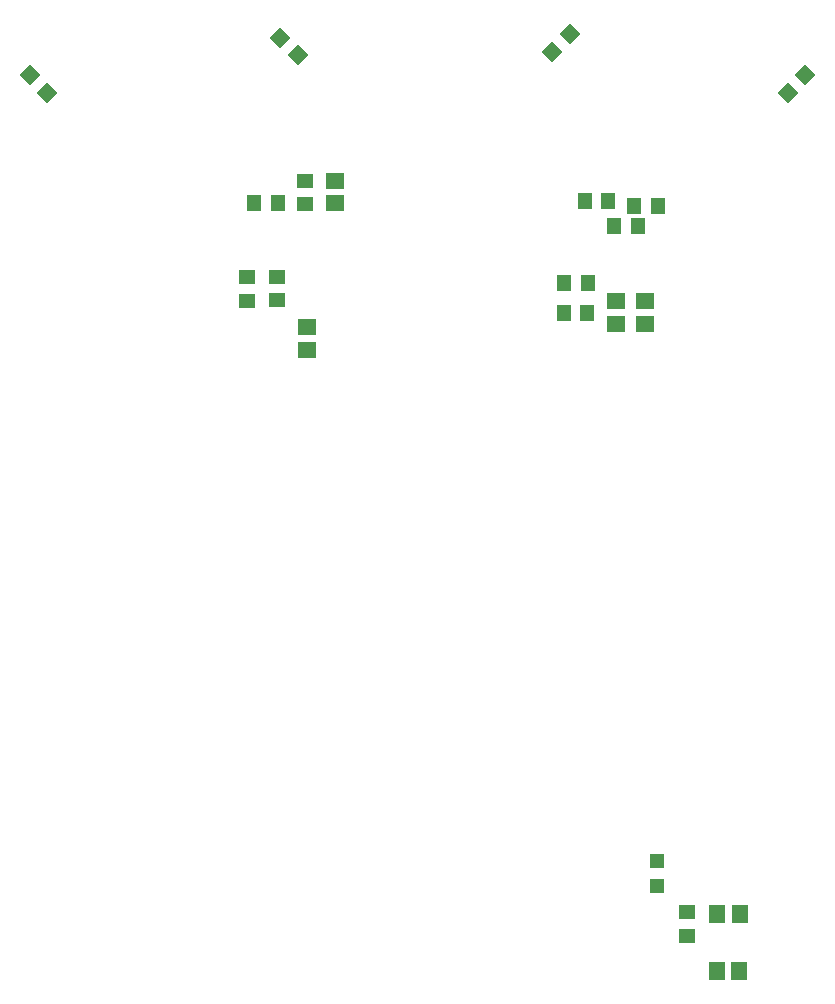
<source format=gbr>
G04*
G04 #@! TF.GenerationSoftware,Altium Limited,Altium Designer,26.2.0 (7)*
G04*
G04 Layer_Color=8421504*
%FSTAX25Y25*%
%MOIN*%
G70*
G04*
G04 #@! TF.SameCoordinates,DDC7E0C6-02D7-4959-A8D0-6A7BEAAAFFDF*
G04*
G04*
G04 #@! TF.FilePolarity,Positive*
G04*
G01*
G75*
%ADD18R,0.05906X0.05512*%
%ADD19R,0.04724X0.05709*%
%ADD20R,0.04724X0.04724*%
%ADD21R,0.05709X0.04724*%
%ADD22P,0.06681X4X90.0*%
%ADD23R,0.05512X0.05906*%
%ADD24P,0.06681X4X360.0*%
D18*
X0073746Y0083706D02*
D03*
Y0076225D02*
D03*
X0064086Y0076236D02*
D03*
Y0083716D02*
D03*
X-0038959Y0067602D02*
D03*
Y0075082D02*
D03*
X-0029581Y0123828D02*
D03*
Y0116348D02*
D03*
D19*
X0054497Y0079917D02*
D03*
X0046623D02*
D03*
X0046856Y0089814D02*
D03*
X005473D02*
D03*
X0063398Y0108795D02*
D03*
X0071272D02*
D03*
X-0048745Y0116609D02*
D03*
X-0056619D02*
D03*
X0070105Y0115416D02*
D03*
X0077979D02*
D03*
X0053662Y0117044D02*
D03*
X0061536D02*
D03*
D20*
X007785Y-0111048D02*
D03*
Y-0102781D02*
D03*
D21*
X-0058925Y0083961D02*
D03*
Y0091835D02*
D03*
X-0049013Y0091943D02*
D03*
Y0084069D02*
D03*
X0087686Y-01277D02*
D03*
Y-0119826D02*
D03*
X-003952Y0115994D02*
D03*
Y0123868D02*
D03*
D22*
X0042798Y0166934D02*
D03*
X0048644Y017278D02*
D03*
X0127181Y0159116D02*
D03*
X0121335Y015327D02*
D03*
D23*
X0105253Y-0139602D02*
D03*
X0097773D02*
D03*
X009787Y-0120431D02*
D03*
X010535D02*
D03*
D24*
X-0125429Y0153283D02*
D03*
X-0131275Y0159129D02*
D03*
X-0047758Y0171551D02*
D03*
X-0041912Y0165705D02*
D03*
M02*

</source>
